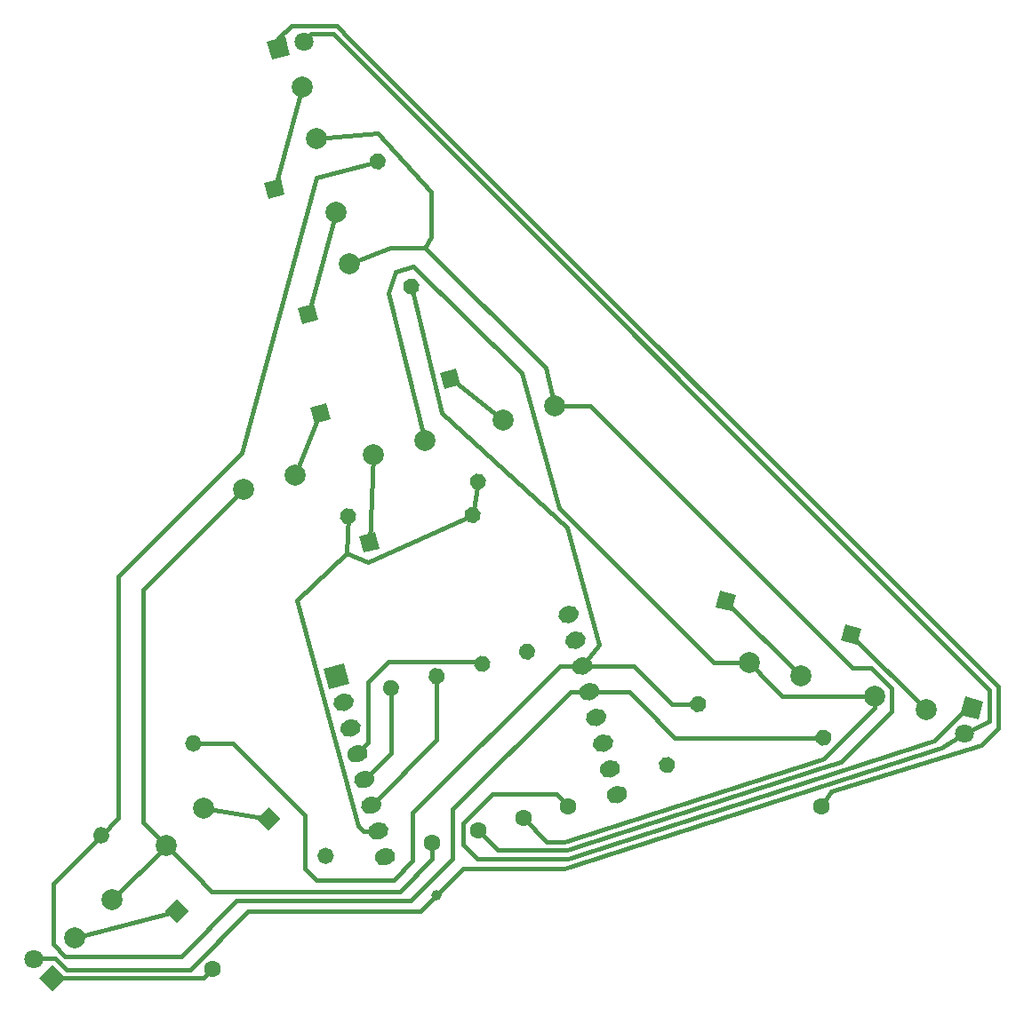
<source format=gbr>
G04 #@! TF.GenerationSoftware,KiCad,Pcbnew,5.1.10*
G04 #@! TF.CreationDate,2021-09-12T20:50:09+02:00*
G04 #@! TF.ProjectId,remote_board,72656d6f-7465-45f6-926f-6172642e6b69,rev?*
G04 #@! TF.SameCoordinates,Original*
G04 #@! TF.FileFunction,Copper,L2,Bot*
G04 #@! TF.FilePolarity,Positive*
%FSLAX46Y46*%
G04 Gerber Fmt 4.6, Leading zero omitted, Abs format (unit mm)*
G04 Created by KiCad (PCBNEW 5.1.10) date 2021-09-12 20:50:09*
%MOMM*%
%LPD*%
G01*
G04 APERTURE LIST*
G04 #@! TA.AperFunction,ComponentPad*
%ADD10C,0.100000*%
G04 #@! TD*
G04 #@! TA.AperFunction,ComponentPad*
%ADD11C,2.000000*%
G04 #@! TD*
G04 #@! TA.AperFunction,ComponentPad*
%ADD12C,1.600000*%
G04 #@! TD*
G04 #@! TA.AperFunction,ComponentPad*
%ADD13C,1.800000*%
G04 #@! TD*
G04 #@! TA.AperFunction,ViaPad*
%ADD14C,1.000000*%
G04 #@! TD*
G04 #@! TA.AperFunction,Conductor*
%ADD15C,0.400000*%
G04 #@! TD*
G04 APERTURE END LIST*
G04 #@! TA.AperFunction,ComponentPad*
G36*
G01*
X146937665Y-101590454D02*
X146937665Y-101590454D01*
G75*
G02*
X147503351Y-100610658I772741J207055D01*
G01*
X147503351Y-100610658D01*
G75*
G02*
X148483147Y-101176344I207055J-772741D01*
G01*
X148483147Y-101176344D01*
G75*
G02*
X147917461Y-102156140I-772741J-207055D01*
G01*
X147917461Y-102156140D01*
G75*
G02*
X146937665Y-101590454I-207055J772741D01*
G01*
G37*
G04 #@! TD.AperFunction*
G04 #@! TA.AperFunction,ComponentPad*
D10*
G36*
X137330915Y-104992796D02*
G01*
X136916804Y-103447315D01*
X138462285Y-103033204D01*
X138876396Y-104578685D01*
X137330915Y-104992796D01*
G37*
G04 #@! TD.AperFunction*
G04 #@! TA.AperFunction,ComponentPad*
G36*
G01*
X141095665Y-79822654D02*
X141095665Y-79822654D01*
G75*
G02*
X141661351Y-78842858I772741J207055D01*
G01*
X141661351Y-78842858D01*
G75*
G02*
X142641147Y-79408544I207055J-772741D01*
G01*
X142641147Y-79408544D01*
G75*
G02*
X142075461Y-80388340I-772741J-207055D01*
G01*
X142075461Y-80388340D01*
G75*
G02*
X141095665Y-79822654I-207055J772741D01*
G01*
G37*
G04 #@! TD.AperFunction*
G04 #@! TA.AperFunction,ComponentPad*
G36*
X131488915Y-83224996D02*
G01*
X131074804Y-81679515D01*
X132620285Y-81265404D01*
X133034396Y-82810885D01*
X131488915Y-83224996D01*
G37*
G04 #@! TD.AperFunction*
D11*
X109786149Y-141673851D03*
X113378251Y-138081749D03*
X150632348Y-92300600D03*
X155539252Y-90985800D03*
X138262548Y-95602600D03*
X143169452Y-94287800D03*
X130774252Y-97615200D03*
X125867348Y-98930000D03*
X134699200Y-72501948D03*
X136014000Y-77408852D03*
X178947704Y-116757800D03*
X174040800Y-115443000D03*
X122115851Y-129318749D03*
X118523749Y-132910851D03*
X131498800Y-60563948D03*
X132813600Y-65470852D03*
X190896052Y-119961200D03*
X185989148Y-118646400D03*
G04 #@! TA.AperFunction,ComponentPad*
G36*
G01*
X144497053Y-117522431D02*
X144497053Y-117522431D01*
G75*
G02*
X143517257Y-116956745I-207055J772741D01*
G01*
X143517257Y-116956745D01*
G75*
G02*
X144082943Y-115976949I772741J207055D01*
G01*
X144082943Y-115976949D01*
G75*
G02*
X145062739Y-116542635I207055J-772741D01*
G01*
X145062739Y-116542635D01*
G75*
G02*
X144497053Y-117522431I-772741J-207055D01*
G01*
G37*
G04 #@! TD.AperFunction*
D12*
X148234400Y-131470400D03*
G04 #@! TA.AperFunction,ComponentPad*
G36*
G01*
X148840453Y-116354031D02*
X148840453Y-116354031D01*
G75*
G02*
X147860657Y-115788345I-207055J772741D01*
G01*
X147860657Y-115788345D01*
G75*
G02*
X148426343Y-114808549I772741J207055D01*
G01*
X148426343Y-114808549D01*
G75*
G02*
X149406139Y-115374235I207055J-772741D01*
G01*
X149406139Y-115374235D01*
G75*
G02*
X148840453Y-116354031I-772741J-207055D01*
G01*
G37*
G04 #@! TD.AperFunction*
X152577800Y-130302000D03*
G04 #@! TA.AperFunction,ComponentPad*
G36*
G01*
X140153653Y-118665431D02*
X140153653Y-118665431D01*
G75*
G02*
X139173857Y-118099745I-207055J772741D01*
G01*
X139173857Y-118099745D01*
G75*
G02*
X139739543Y-117119949I772741J207055D01*
G01*
X139739543Y-117119949D01*
G75*
G02*
X140719339Y-117685635I207055J-772741D01*
G01*
X140719339Y-117685635D01*
G75*
G02*
X140153653Y-118665431I-772741J-207055D01*
G01*
G37*
G04 #@! TD.AperFunction*
X143891000Y-132613400D03*
G04 #@! TA.AperFunction,ComponentPad*
G36*
G01*
X167001631Y-125421653D02*
X167001631Y-125421653D01*
G75*
G02*
X166021835Y-125987339I-772741J207055D01*
G01*
X166021835Y-125987339D01*
G75*
G02*
X165456149Y-125007543I207055J772741D01*
G01*
X165456149Y-125007543D01*
G75*
G02*
X166435945Y-124441857I772741J-207055D01*
G01*
X166435945Y-124441857D01*
G75*
G02*
X167001631Y-125421653I-207055J-772741D01*
G01*
G37*
G04 #@! TD.AperFunction*
X180949600Y-129159000D03*
G04 #@! TA.AperFunction,ComponentPad*
G36*
G01*
X153107653Y-115185631D02*
X153107653Y-115185631D01*
G75*
G02*
X152127857Y-114619945I-207055J772741D01*
G01*
X152127857Y-114619945D01*
G75*
G02*
X152693543Y-113640149I772741J207055D01*
G01*
X152693543Y-113640149D01*
G75*
G02*
X153673339Y-114205835I207055J-772741D01*
G01*
X153673339Y-114205835D01*
G75*
G02*
X153107653Y-115185631I-772741J-207055D01*
G01*
G37*
G04 #@! TD.AperFunction*
X156845000Y-129133600D03*
G04 #@! TA.AperFunction,ComponentPad*
G36*
G01*
X133146622Y-134442378D02*
X133146622Y-134442378D01*
G75*
G02*
X133146622Y-133311008I565685J565685D01*
G01*
X133146622Y-133311008D01*
G75*
G02*
X134277992Y-133311008I565685J-565685D01*
G01*
X134277992Y-133311008D01*
G75*
G02*
X134277992Y-134442378I-565685J-565685D01*
G01*
X134277992Y-134442378D01*
G75*
G02*
X133146622Y-134442378I-565685J565685D01*
G01*
G37*
G04 #@! TD.AperFunction*
X122936000Y-144653000D03*
G04 #@! TA.AperFunction,ComponentPad*
G36*
G01*
X148015346Y-97433065D02*
X148015346Y-97433065D01*
G75*
G02*
X148995142Y-97998751I207055J-772741D01*
G01*
X148995142Y-97998751D01*
G75*
G02*
X148429456Y-98978547I-772741J-207055D01*
G01*
X148429456Y-98978547D01*
G75*
G02*
X147449660Y-98412861I-207055J772741D01*
G01*
X147449660Y-98412861D01*
G75*
G02*
X148015346Y-97433065I772741J207055D01*
G01*
G37*
G04 #@! TD.AperFunction*
G04 #@! TA.AperFunction,ComponentPad*
D10*
G36*
X144613004Y-87826315D02*
G01*
X146158485Y-87412204D01*
X146572596Y-88957685D01*
X145027115Y-89371796D01*
X144613004Y-87826315D01*
G37*
G04 #@! TD.AperFunction*
G04 #@! TA.AperFunction,ComponentPad*
G36*
G01*
X135645546Y-100735065D02*
X135645546Y-100735065D01*
G75*
G02*
X136625342Y-101300751I207055J-772741D01*
G01*
X136625342Y-101300751D01*
G75*
G02*
X136059656Y-102280547I-772741J-207055D01*
G01*
X136059656Y-102280547D01*
G75*
G02*
X135079860Y-101714861I-207055J772741D01*
G01*
X135079860Y-101714861D01*
G75*
G02*
X135645546Y-100735065I772741J207055D01*
G01*
G37*
G04 #@! TD.AperFunction*
G04 #@! TA.AperFunction,ComponentPad*
G36*
X132243204Y-91128315D02*
G01*
X133788685Y-90714204D01*
X134202796Y-92259685D01*
X132657315Y-92673796D01*
X132243204Y-91128315D01*
G37*
G04 #@! TD.AperFunction*
G04 #@! TA.AperFunction,ComponentPad*
G36*
G01*
X169408454Y-118642065D02*
X169408454Y-118642065D01*
G75*
G02*
X169974140Y-119621861I-207055J-772741D01*
G01*
X169974140Y-119621861D01*
G75*
G02*
X168994344Y-120187547I-772741J207055D01*
G01*
X168994344Y-120187547D01*
G75*
G02*
X168428658Y-119207751I207055J772741D01*
G01*
X168428658Y-119207751D01*
G75*
G02*
X169408454Y-118642065I772741J-207055D01*
G01*
G37*
G04 #@! TD.AperFunction*
G04 #@! TA.AperFunction,ComponentPad*
G36*
X171265315Y-108621204D02*
G01*
X172810796Y-109035315D01*
X172396685Y-110580796D01*
X170851204Y-110166685D01*
X171265315Y-108621204D01*
G37*
G04 #@! TD.AperFunction*
G04 #@! TA.AperFunction,ComponentPad*
G36*
G01*
X121676880Y-123734280D02*
X121676880Y-123734280D01*
G75*
G02*
X120545510Y-123734280I-565685J565685D01*
G01*
X120545510Y-123734280D01*
G75*
G02*
X120545510Y-122602910I565685J565685D01*
G01*
X120545510Y-122602910D01*
G75*
G02*
X121676880Y-122602910I565685J-565685D01*
G01*
X121676880Y-122602910D01*
G75*
G02*
X121676880Y-123734280I-565685J-565685D01*
G01*
G37*
G04 #@! TD.AperFunction*
G04 #@! TA.AperFunction,ComponentPad*
G36*
X129426771Y-130352800D02*
G01*
X128295400Y-131484171D01*
X127164029Y-130352800D01*
X128295400Y-129221429D01*
X129426771Y-130352800D01*
G37*
G04 #@! TD.AperFunction*
G04 #@! TA.AperFunction,ComponentPad*
G36*
G01*
X137895265Y-67884654D02*
X137895265Y-67884654D01*
G75*
G02*
X138460951Y-66904858I772741J207055D01*
G01*
X138460951Y-66904858D01*
G75*
G02*
X139440747Y-67470544I207055J-772741D01*
G01*
X139440747Y-67470544D01*
G75*
G02*
X138875061Y-68450340I-772741J-207055D01*
G01*
X138875061Y-68450340D01*
G75*
G02*
X137895265Y-67884654I-207055J772741D01*
G01*
G37*
G04 #@! TD.AperFunction*
G04 #@! TA.AperFunction,ComponentPad*
G36*
X128288515Y-71286996D02*
G01*
X127874404Y-69741515D01*
X129419885Y-69327404D01*
X129833996Y-70872885D01*
X128288515Y-71286996D01*
G37*
G04 #@! TD.AperFunction*
G04 #@! TA.AperFunction,ComponentPad*
G36*
G01*
X181346454Y-121842465D02*
X181346454Y-121842465D01*
G75*
G02*
X181912140Y-122822261I-207055J-772741D01*
G01*
X181912140Y-122822261D01*
G75*
G02*
X180932344Y-123387947I-772741J207055D01*
G01*
X180932344Y-123387947D01*
G75*
G02*
X180366658Y-122408151I207055J772741D01*
G01*
X180366658Y-122408151D01*
G75*
G02*
X181346454Y-121842465I772741J-207055D01*
G01*
G37*
G04 #@! TD.AperFunction*
G04 #@! TA.AperFunction,ComponentPad*
G36*
X183203315Y-111821604D02*
G01*
X184748796Y-112235715D01*
X184334685Y-113781196D01*
X182789204Y-113367085D01*
X183203315Y-111821604D01*
G37*
G04 #@! TD.AperFunction*
G04 #@! TA.AperFunction,ComponentPad*
G36*
G01*
X112913880Y-132497280D02*
X112913880Y-132497280D01*
G75*
G02*
X111782510Y-132497280I-565685J565685D01*
G01*
X111782510Y-132497280D01*
G75*
G02*
X111782510Y-131365910I565685J565685D01*
G01*
X111782510Y-131365910D01*
G75*
G02*
X112913880Y-131365910I565685J-565685D01*
G01*
X112913880Y-131365910D01*
G75*
G02*
X112913880Y-132497280I-565685J-565685D01*
G01*
G37*
G04 #@! TD.AperFunction*
G04 #@! TA.AperFunction,ComponentPad*
G36*
X120663771Y-139115800D02*
G01*
X119532400Y-140247171D01*
X118401029Y-139115800D01*
X119532400Y-137984429D01*
X120663771Y-139115800D01*
G37*
G04 #@! TD.AperFunction*
G04 #@! TA.AperFunction,ComponentPad*
G36*
X108994192Y-145516600D02*
G01*
X107721400Y-146789392D01*
X106448608Y-145516600D01*
X107721400Y-144243808D01*
X108994192Y-145516600D01*
G37*
G04 #@! TD.AperFunction*
D13*
X105925349Y-143720549D03*
X194589400Y-122250200D03*
G04 #@! TA.AperFunction,ComponentPad*
D10*
G36*
X194610404Y-118694478D02*
G01*
X196349070Y-119160352D01*
X195883196Y-120899018D01*
X194144530Y-120433144D01*
X194610404Y-118694478D01*
G37*
G04 #@! TD.AperFunction*
D13*
X131663252Y-56238600D03*
G04 #@! TA.AperFunction,ComponentPad*
D10*
G36*
X128573404Y-57998270D02*
G01*
X128107530Y-56259604D01*
X129846196Y-55793730D01*
X130312070Y-57532396D01*
X128573404Y-57998270D01*
G37*
G04 #@! TD.AperFunction*
G04 #@! TA.AperFunction,ComponentPad*
G36*
G01*
X155887538Y-111131416D02*
X155887538Y-111131416D01*
G75*
G02*
X156453224Y-110151620I772741J207055D01*
G01*
X156839594Y-110048092D01*
G75*
G02*
X157819390Y-110613778I207055J-772741D01*
G01*
X157819390Y-110613778D01*
G75*
G02*
X157253704Y-111593574I-772741J-207055D01*
G01*
X156867334Y-111697102D01*
G75*
G02*
X155887538Y-111131416I-207055J772741D01*
G01*
G37*
G04 #@! TD.AperFunction*
G04 #@! TA.AperFunction,ComponentPad*
G36*
G01*
X156544939Y-113584867D02*
X156544939Y-113584867D01*
G75*
G02*
X157110625Y-112605071I772741J207055D01*
G01*
X157496995Y-112501543D01*
G75*
G02*
X158476791Y-113067229I207055J-772741D01*
G01*
X158476791Y-113067229D01*
G75*
G02*
X157911105Y-114047025I-772741J-207055D01*
G01*
X157524735Y-114150553D01*
G75*
G02*
X156544939Y-113584867I-207055J772741D01*
G01*
G37*
G04 #@! TD.AperFunction*
G04 #@! TA.AperFunction,ComponentPad*
G36*
G01*
X157202339Y-116038319D02*
X157202339Y-116038319D01*
G75*
G02*
X157768025Y-115058523I772741J207055D01*
G01*
X158154395Y-114954995D01*
G75*
G02*
X159134191Y-115520681I207055J-772741D01*
G01*
X159134191Y-115520681D01*
G75*
G02*
X158568505Y-116500477I-772741J-207055D01*
G01*
X158182135Y-116604005D01*
G75*
G02*
X157202339Y-116038319I-207055J772741D01*
G01*
G37*
G04 #@! TD.AperFunction*
G04 #@! TA.AperFunction,ComponentPad*
G36*
G01*
X157859740Y-118491770D02*
X157859740Y-118491770D01*
G75*
G02*
X158425426Y-117511974I772741J207055D01*
G01*
X158811796Y-117408446D01*
G75*
G02*
X159791592Y-117974132I207055J-772741D01*
G01*
X159791592Y-117974132D01*
G75*
G02*
X159225906Y-118953928I-772741J-207055D01*
G01*
X158839536Y-119057456D01*
G75*
G02*
X157859740Y-118491770I-207055J772741D01*
G01*
G37*
G04 #@! TD.AperFunction*
G04 #@! TA.AperFunction,ComponentPad*
G36*
G01*
X158517140Y-120945222D02*
X158517140Y-120945222D01*
G75*
G02*
X159082826Y-119965426I772741J207055D01*
G01*
X159469196Y-119861898D01*
G75*
G02*
X160448992Y-120427584I207055J-772741D01*
G01*
X160448992Y-120427584D01*
G75*
G02*
X159883306Y-121407380I-772741J-207055D01*
G01*
X159496936Y-121510908D01*
G75*
G02*
X158517140Y-120945222I-207055J772741D01*
G01*
G37*
G04 #@! TD.AperFunction*
G04 #@! TA.AperFunction,ComponentPad*
G36*
G01*
X159174540Y-123398674D02*
X159174540Y-123398674D01*
G75*
G02*
X159740226Y-122418878I772741J207055D01*
G01*
X160126596Y-122315350D01*
G75*
G02*
X161106392Y-122881036I207055J-772741D01*
G01*
X161106392Y-122881036D01*
G75*
G02*
X160540706Y-123860832I-772741J-207055D01*
G01*
X160154336Y-123964360D01*
G75*
G02*
X159174540Y-123398674I-207055J772741D01*
G01*
G37*
G04 #@! TD.AperFunction*
G04 #@! TA.AperFunction,ComponentPad*
G36*
G01*
X159831941Y-125852125D02*
X159831941Y-125852125D01*
G75*
G02*
X160397627Y-124872329I772741J207055D01*
G01*
X160783997Y-124768801D01*
G75*
G02*
X161763793Y-125334487I207055J-772741D01*
G01*
X161763793Y-125334487D01*
G75*
G02*
X161198107Y-126314283I-772741J-207055D01*
G01*
X160811737Y-126417811D01*
G75*
G02*
X159831941Y-125852125I-207055J772741D01*
G01*
G37*
G04 #@! TD.AperFunction*
G04 #@! TA.AperFunction,ComponentPad*
G36*
G01*
X160489341Y-128305577D02*
X160489341Y-128305577D01*
G75*
G02*
X161055027Y-127325781I772741J207055D01*
G01*
X161441397Y-127222253D01*
G75*
G02*
X162421193Y-127787939I207055J-772741D01*
G01*
X162421193Y-127787939D01*
G75*
G02*
X161855507Y-128767735I-772741J-207055D01*
G01*
X161469137Y-128871263D01*
G75*
G02*
X160489341Y-128305577I-207055J772741D01*
G01*
G37*
G04 #@! TD.AperFunction*
G04 #@! TA.AperFunction,ComponentPad*
G36*
G01*
X138408277Y-134222180D02*
X138408277Y-134222180D01*
G75*
G02*
X138973963Y-133242384I772741J207055D01*
G01*
X139360333Y-133138856D01*
G75*
G02*
X140340129Y-133704542I207055J-772741D01*
G01*
X140340129Y-133704542D01*
G75*
G02*
X139774443Y-134684338I-772741J-207055D01*
G01*
X139388073Y-134787866D01*
G75*
G02*
X138408277Y-134222180I-207055J772741D01*
G01*
G37*
G04 #@! TD.AperFunction*
G04 #@! TA.AperFunction,ComponentPad*
G36*
G01*
X137750876Y-131768729D02*
X137750876Y-131768729D01*
G75*
G02*
X138316562Y-130788933I772741J207055D01*
G01*
X138702932Y-130685405D01*
G75*
G02*
X139682728Y-131251091I207055J-772741D01*
G01*
X139682728Y-131251091D01*
G75*
G02*
X139117042Y-132230887I-772741J-207055D01*
G01*
X138730672Y-132334415D01*
G75*
G02*
X137750876Y-131768729I-207055J772741D01*
G01*
G37*
G04 #@! TD.AperFunction*
G04 #@! TA.AperFunction,ComponentPad*
G36*
G01*
X137093476Y-129315277D02*
X137093476Y-129315277D01*
G75*
G02*
X137659162Y-128335481I772741J207055D01*
G01*
X138045532Y-128231953D01*
G75*
G02*
X139025328Y-128797639I207055J-772741D01*
G01*
X139025328Y-128797639D01*
G75*
G02*
X138459642Y-129777435I-772741J-207055D01*
G01*
X138073272Y-129880963D01*
G75*
G02*
X137093476Y-129315277I-207055J772741D01*
G01*
G37*
G04 #@! TD.AperFunction*
G04 #@! TA.AperFunction,ComponentPad*
G36*
G01*
X136436075Y-126861825D02*
X136436075Y-126861825D01*
G75*
G02*
X137001761Y-125882029I772741J207055D01*
G01*
X137388131Y-125778501D01*
G75*
G02*
X138367927Y-126344187I207055J-772741D01*
G01*
X138367927Y-126344187D01*
G75*
G02*
X137802241Y-127323983I-772741J-207055D01*
G01*
X137415871Y-127427511D01*
G75*
G02*
X136436075Y-126861825I-207055J772741D01*
G01*
G37*
G04 #@! TD.AperFunction*
G04 #@! TA.AperFunction,ComponentPad*
G36*
G01*
X135778675Y-124408374D02*
X135778675Y-124408374D01*
G75*
G02*
X136344361Y-123428578I772741J207055D01*
G01*
X136730731Y-123325050D01*
G75*
G02*
X137710527Y-123890736I207055J-772741D01*
G01*
X137710527Y-123890736D01*
G75*
G02*
X137144841Y-124870532I-772741J-207055D01*
G01*
X136758471Y-124974060D01*
G75*
G02*
X135778675Y-124408374I-207055J772741D01*
G01*
G37*
G04 #@! TD.AperFunction*
G04 #@! TA.AperFunction,ComponentPad*
G36*
G01*
X135121275Y-121954922D02*
X135121275Y-121954922D01*
G75*
G02*
X135686961Y-120975126I772741J207055D01*
G01*
X136073331Y-120871598D01*
G75*
G02*
X137053127Y-121437284I207055J-772741D01*
G01*
X137053127Y-121437284D01*
G75*
G02*
X136487441Y-122417080I-772741J-207055D01*
G01*
X136101071Y-122520608D01*
G75*
G02*
X135121275Y-121954922I-207055J772741D01*
G01*
G37*
G04 #@! TD.AperFunction*
G04 #@! TA.AperFunction,ComponentPad*
G36*
X134065293Y-118013945D02*
G01*
X133547655Y-116082093D01*
X135479507Y-115564455D01*
X135997145Y-117496307D01*
X134065293Y-118013945D01*
G37*
G04 #@! TD.AperFunction*
G04 #@! TA.AperFunction,ComponentPad*
G36*
G01*
X134463874Y-119501471D02*
X134463874Y-119501471D01*
G75*
G02*
X135029560Y-118521675I772741J207055D01*
G01*
X135415930Y-118418147D01*
G75*
G02*
X136395726Y-118983833I207055J-772741D01*
G01*
X136395726Y-118983833D01*
G75*
G02*
X135830040Y-119963629I-772741J-207055D01*
G01*
X135443670Y-120067157D01*
G75*
G02*
X134463874Y-119501471I-207055J772741D01*
G01*
G37*
G04 #@! TD.AperFunction*
D14*
X144272000Y-137668000D03*
D15*
X181139399Y-122615206D02*
X166995594Y-122615206D01*
X125730000Y-95504000D02*
X132867400Y-69240400D01*
X132867400Y-69240400D02*
X138668006Y-67677599D01*
X113973795Y-107260205D02*
X125730000Y-95504000D01*
X113973795Y-130305995D02*
X112348195Y-131931595D01*
X113973795Y-126953195D02*
X113973795Y-130305995D01*
X113973795Y-126953195D02*
X113973795Y-107260205D01*
X162613339Y-118232951D02*
X163706294Y-119325906D01*
X158825666Y-118232951D02*
X162613339Y-118232951D01*
X166995594Y-122615206D02*
X163706294Y-119325906D01*
X145796000Y-129453458D02*
X157016507Y-118232951D01*
X145796000Y-134188200D02*
X145796000Y-129453458D01*
X141808200Y-138176000D02*
X145796000Y-134188200D01*
X125222000Y-138176000D02*
X141808200Y-138176000D01*
X119943248Y-143454752D02*
X125222000Y-138176000D01*
X108912272Y-143454752D02*
X119943248Y-143454752D01*
X157016507Y-118232951D02*
X158825666Y-118232951D01*
X107746800Y-142289280D02*
X108912272Y-143454752D01*
X107746800Y-136532990D02*
X107746800Y-142289280D01*
X112348195Y-131931595D02*
X107746800Y-136532990D01*
X109786149Y-141673851D02*
X119532400Y-139115800D01*
X190896052Y-119928452D02*
X190896052Y-119961200D01*
X183769000Y-112801400D02*
X190896052Y-119928452D01*
X128854200Y-70307200D02*
X131498800Y-60563948D01*
X128295400Y-130352800D02*
X122115851Y-129318749D01*
X169201399Y-119414806D02*
X166709606Y-119414806D01*
X163074300Y-115779500D02*
X164668200Y-117373400D01*
X158168265Y-115779500D02*
X163074300Y-115779500D01*
X166709606Y-119414806D02*
X164668200Y-117373400D01*
X159766000Y-113792000D02*
X158168265Y-115779500D01*
X156718000Y-102616000D02*
X159766000Y-113792000D01*
X144780000Y-91694000D02*
X156718000Y-102616000D01*
X141868406Y-79615599D02*
X144780000Y-91694000D01*
X131749800Y-135102600D02*
X131749800Y-129997200D01*
X132816600Y-136169400D02*
X131749800Y-135102600D01*
X124921195Y-123168595D02*
X121111195Y-123168595D01*
X140182600Y-136169400D02*
X132816600Y-136169400D01*
X131749800Y-129997200D02*
X124921195Y-123168595D01*
X141986000Y-134366000D02*
X140182600Y-136169400D01*
X141986000Y-129794000D02*
X141986000Y-134366000D01*
X156000500Y-115779500D02*
X141986000Y-129794000D01*
X158168265Y-115779500D02*
X156000500Y-115779500D01*
X178947704Y-116717704D02*
X178947704Y-116757800D01*
X171831000Y-109601000D02*
X178947704Y-116717704D01*
X134699200Y-72501948D02*
X132054600Y-82245200D01*
X130774252Y-97615200D02*
X133223000Y-91694000D01*
X148222401Y-98205806D02*
X147710406Y-101383399D01*
X137795000Y-105918000D02*
X135763000Y-105029000D01*
X147710406Y-101383399D02*
X137795000Y-105918000D01*
X135763000Y-105029000D02*
X130972429Y-109565571D01*
X135852601Y-101507806D02*
X135763000Y-105029000D01*
X137315602Y-131509910D02*
X136824346Y-131018654D01*
X138716802Y-131509910D02*
X137315602Y-131509910D01*
X130972429Y-109565571D02*
X136824346Y-131018654D01*
X137896600Y-104013000D02*
X138262548Y-95602600D01*
X145592800Y-88392000D02*
X150632348Y-92300600D01*
X122072400Y-145516600D02*
X122936000Y-144653000D01*
X117627400Y-145516600D02*
X122072400Y-145516600D01*
X107721400Y-145516600D02*
X117627400Y-145516600D01*
X195246800Y-119796748D02*
X195246800Y-119707200D01*
X191711040Y-122908558D02*
X191463766Y-122988233D01*
X194912398Y-119707200D02*
X191711040Y-122908558D01*
X195246800Y-119707200D02*
X194912398Y-119707200D01*
X155727400Y-128016000D02*
X155016200Y-128016000D01*
X156845000Y-129133600D02*
X155727400Y-128016000D01*
X148145410Y-134150010D02*
X146834399Y-132838999D01*
X146834399Y-130798399D02*
X149616798Y-128016000D01*
X191463767Y-122988233D02*
X156822945Y-134150010D01*
X146834399Y-132838999D02*
X146834399Y-130798399D01*
X149616798Y-128016000D02*
X155016200Y-128016000D01*
X156822945Y-134150010D02*
X148145410Y-134150010D01*
X181863346Y-127762654D02*
X180949600Y-129159000D01*
X196132493Y-123361493D02*
X181863346Y-127762654D01*
X196132493Y-123353976D02*
X196132493Y-123361493D01*
X197764400Y-121722069D02*
X196132493Y-123353976D01*
X197764400Y-117754400D02*
X197764400Y-121722069D01*
X134748599Y-54738599D02*
X136093200Y-56083200D01*
X130435453Y-54738599D02*
X134748599Y-54738599D01*
X129209800Y-55964252D02*
X130435453Y-54738599D01*
X129209800Y-56896000D02*
X129209800Y-55964252D01*
X136093200Y-56083200D02*
X197764400Y-117754400D01*
X139946598Y-124058409D02*
X137402001Y-126603006D01*
X139946598Y-122903198D02*
X139946598Y-124058409D01*
X139946598Y-117892690D02*
X139946598Y-122903198D01*
X139717111Y-115349689D02*
X148401797Y-115349689D01*
X137782781Y-117284019D02*
X139717111Y-115349689D01*
X148401797Y-115349689D02*
X148633398Y-115581290D01*
X137782781Y-123111375D02*
X137782781Y-117284019D01*
X136744601Y-124149555D02*
X137782781Y-123111375D01*
X144289998Y-122825862D02*
X138059402Y-129056458D01*
X144289998Y-121379198D02*
X144289998Y-122825862D01*
X144289998Y-116749690D02*
X144289998Y-121379198D01*
X116322974Y-108474374D02*
X125867348Y-98930000D01*
X118523749Y-132936251D02*
X118523749Y-132910851D01*
X113378251Y-138081749D02*
X118523749Y-132936251D01*
X116322974Y-130710076D02*
X118523749Y-132910851D01*
X116322974Y-126000374D02*
X116322974Y-130710076D01*
X116322974Y-126000374D02*
X116322974Y-108474374D01*
X121127249Y-135514351D02*
X118523749Y-132910851D01*
X122883533Y-137270635D02*
X121127249Y-135514351D01*
X140808565Y-137270635D02*
X122883533Y-137270635D01*
X143891000Y-134188200D02*
X140808565Y-137270635D01*
X143891000Y-132613400D02*
X143891000Y-134188200D01*
X177244200Y-118646400D02*
X176225200Y-117627400D01*
X185989148Y-118646400D02*
X177244200Y-118646400D01*
X174040800Y-115443000D02*
X176225200Y-117627400D01*
X139700000Y-80264000D02*
X143169452Y-94287800D01*
X140360400Y-78181200D02*
X139700000Y-80264000D01*
X142113000Y-77724000D02*
X140360400Y-78181200D01*
X152139964Y-87636036D02*
X142113000Y-77724000D01*
X152400000Y-87884000D02*
X152139964Y-87636036D01*
X155956000Y-100711000D02*
X152400000Y-87884000D01*
X170696076Y-115443000D02*
X155956000Y-100711000D01*
X174040800Y-115443000D02*
X170696076Y-115443000D01*
X181008674Y-124675990D02*
X156489400Y-132537200D01*
X181164971Y-124625629D02*
X181008674Y-124675990D01*
X185989148Y-119801452D02*
X181164971Y-124625629D01*
X185989148Y-118646400D02*
X185989148Y-119801452D01*
X154813000Y-132537200D02*
X152577800Y-130302000D01*
X156489400Y-132537200D02*
X154813000Y-132537200D01*
X140638796Y-75868796D02*
X143178796Y-75868796D01*
X139840056Y-75868796D02*
X140638796Y-75868796D01*
X136014000Y-77408852D02*
X139840056Y-75868796D01*
X154686000Y-87376000D02*
X143178796Y-75868796D01*
X154686000Y-87376000D02*
X155539252Y-90985800D01*
X150114000Y-133350000D02*
X148234400Y-131470400D01*
X156692600Y-133350000D02*
X150114000Y-133350000D01*
X181134376Y-125476000D02*
X156692600Y-133350000D01*
X187589149Y-120124385D02*
X182761967Y-124951567D01*
X187589149Y-117878399D02*
X187589149Y-120124385D01*
X185661750Y-115951000D02*
X187589149Y-117878399D01*
X182761967Y-124951567D02*
X181134376Y-125476000D01*
X183896000Y-115951000D02*
X185661750Y-115951000D01*
X158930800Y-90985800D02*
X183896000Y-115951000D01*
X155539252Y-90985800D02*
X158930800Y-90985800D01*
X143764000Y-74930000D02*
X143178796Y-75868796D01*
X143764000Y-70586600D02*
X143764000Y-74930000D01*
X138709400Y-64998600D02*
X143764000Y-70586600D01*
X132813600Y-65470852D02*
X138709400Y-64998600D01*
X156464000Y-135128000D02*
X146812000Y-135128000D01*
X156718000Y-135024338D02*
X156464000Y-135128000D01*
X192372279Y-123536010D02*
X156718000Y-135024338D01*
X146812000Y-135128000D02*
X144272000Y-137668000D01*
X194589400Y-122250200D02*
X192372279Y-123536010D01*
X107969934Y-143643798D02*
X106002100Y-143643798D01*
X106002100Y-143643798D02*
X105925349Y-143720549D01*
X109042726Y-144716590D02*
X107969934Y-143643798D01*
X120800408Y-144716590D02*
X109042726Y-144716590D01*
X126324998Y-139192000D02*
X120800408Y-144716590D01*
X142748000Y-139192000D02*
X126324998Y-139192000D01*
X144272000Y-137668000D02*
X142748000Y-139192000D01*
X132363243Y-55538609D02*
X131663252Y-56238600D01*
X134417225Y-55538609D02*
X132363243Y-55538609D01*
X196949080Y-118070464D02*
X134417225Y-55538609D01*
X196949080Y-121031000D02*
X196949080Y-118070464D01*
X194589400Y-122250200D02*
X196949080Y-121031000D01*
M02*

</source>
